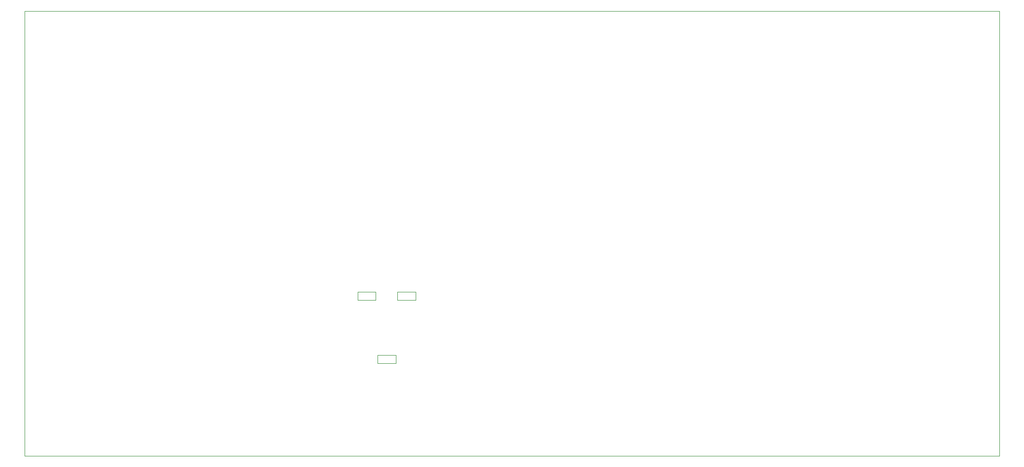
<source format=gbr>
%TF.GenerationSoftware,KiCad,Pcbnew,8.0.6*%
%TF.CreationDate,2025-08-25T15:55:59+12:00*%
%TF.ProjectId,ByteBoyV2,42797465-426f-4795-9632-2e6b69636164,v2*%
%TF.SameCoordinates,Original*%
%TF.FileFunction,Profile,NP*%
%FSLAX46Y46*%
G04 Gerber Fmt 4.6, Leading zero omitted, Abs format (unit mm)*
G04 Created by KiCad (PCBNEW 8.0.6) date 2025-08-25 15:55:59*
%MOMM*%
%LPD*%
G01*
G04 APERTURE LIST*
%TA.AperFunction,Profile*%
%ADD10C,0.050000*%
%TD*%
%TA.AperFunction,Profile*%
%ADD11C,0.010000*%
%TD*%
G04 APERTURE END LIST*
D10*
X84000000Y-52500000D02*
X255000000Y-52500000D01*
X255000000Y-130500000D01*
X84000000Y-130500000D01*
X84000000Y-52500000D01*
D11*
%TO.C,Joystick*%
X149100000Y-114250000D02*
X145900000Y-114250000D01*
X145900000Y-114250000D02*
X145900000Y-112800000D01*
X145900000Y-112800000D02*
X149100000Y-112800000D01*
X149100000Y-112800000D02*
X149100000Y-114250000D01*
X152600000Y-103200000D02*
X149400000Y-103200000D01*
X149400000Y-103200000D02*
X149400000Y-101750000D01*
X149400000Y-101750000D02*
X152600000Y-101750000D01*
X152600000Y-101750000D02*
X152600000Y-103200000D01*
X145600000Y-103200000D02*
X145600000Y-101750000D01*
X145600000Y-101750000D02*
X142400000Y-101750000D01*
X142400000Y-101750000D02*
X142400000Y-103200000D01*
X142400000Y-103200000D02*
X145600000Y-103200000D01*
%TD*%
M02*

</source>
